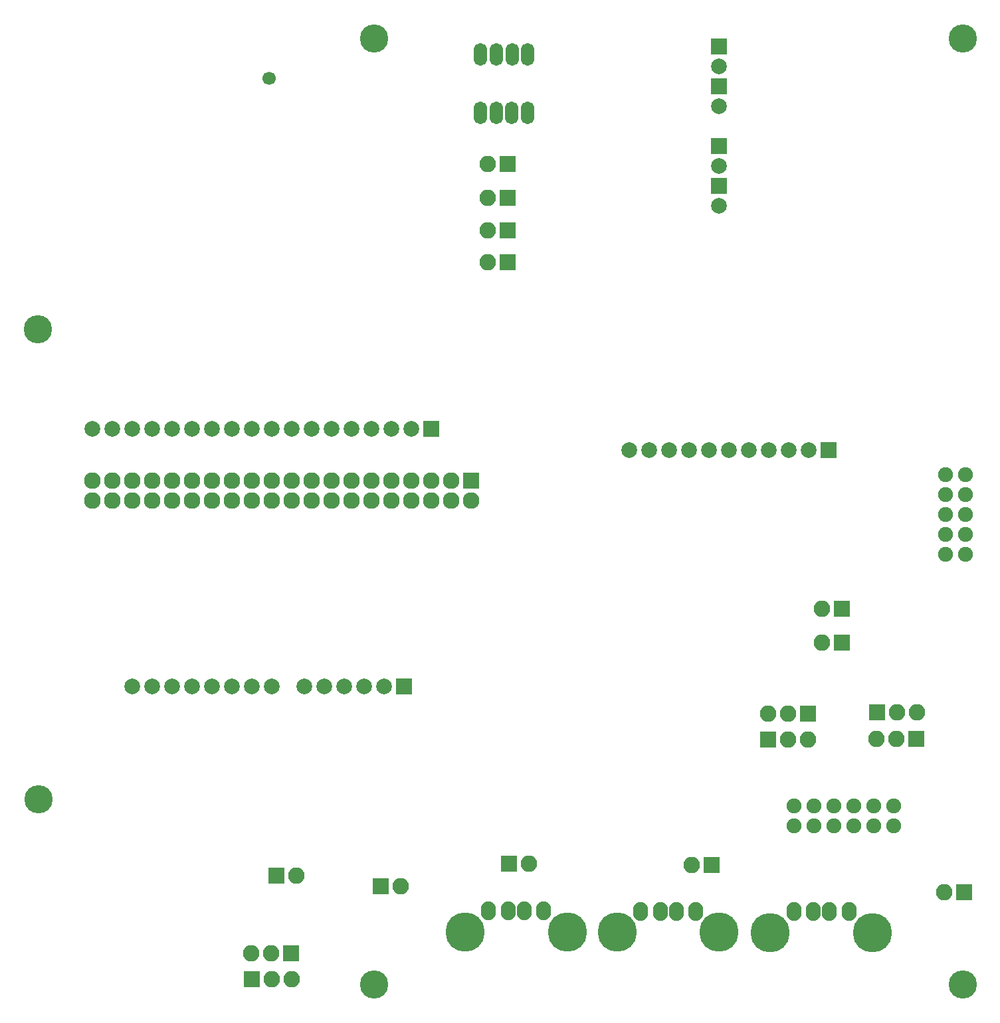
<source format=gbs>
G04 #@! TF.FileFunction,Soldermask,Bot*
%FSLAX46Y46*%
G04 Gerber Fmt 4.6, Leading zero omitted, Abs format (unit mm)*
G04 Created by KiCad (PCBNEW 4.0.0-rc1-stable) date 11.2.2017 10:29:53*
%MOMM*%
G01*
G04 APERTURE LIST*
%ADD10C,0.100000*%
%ADD11C,3.600000*%
%ADD12C,1.906220*%
%ADD13R,2.100000X2.100000*%
%ADD14O,2.100000X2.100000*%
%ADD15C,5.000000*%
%ADD16O,1.900000X2.400000*%
%ADD17C,2.000000*%
%ADD18R,2.000000X2.000000*%
%ADD19O,1.700000X2.900000*%
%ADD20C,1.700000*%
%ADD21R,2.127200X2.127200*%
%ADD22O,2.127200X2.127200*%
G04 APERTURE END LIST*
D10*
D11*
X121790460Y124650500D03*
X121790460Y4000500D03*
X46809660Y4000500D03*
X46809660Y124650500D03*
X3980180Y87596980D03*
X4051300Y27637740D03*
D12*
X113030000Y24206200D03*
X113030000Y26746200D03*
X100330000Y24206200D03*
X100330000Y26746200D03*
X102870000Y24206200D03*
X102870000Y26746200D03*
X105410000Y24206200D03*
X105410000Y26746200D03*
X107950000Y24206200D03*
X107950000Y26746200D03*
X110490000Y24206200D03*
X110490000Y26746200D03*
D13*
X63969900Y19431000D03*
D14*
X66509900Y19431000D03*
D13*
X34404300Y17907000D03*
D14*
X36944300Y17907000D03*
D13*
X89781380Y19286220D03*
D14*
X87241380Y19286220D03*
D13*
X122034300Y15773400D03*
D14*
X119494300Y15773400D03*
D13*
X63830200Y108610400D03*
D14*
X61290200Y108610400D03*
D13*
X63863220Y100197920D03*
D14*
X61323220Y100197920D03*
D13*
X63832740Y96103440D03*
D14*
X61292740Y96103440D03*
D13*
X106433620Y47622460D03*
D14*
X103893620Y47622460D03*
D13*
X106436160Y51899820D03*
D14*
X103896160Y51899820D03*
D13*
X63804800Y104368600D03*
D14*
X61264800Y104368600D03*
D15*
X97309800Y10596900D03*
X110309800Y10596900D03*
D16*
X107309800Y13296900D03*
X100309800Y13296900D03*
X104809800Y13296900D03*
X102809800Y13296900D03*
D15*
X77794980Y10652780D03*
X90794980Y10652780D03*
D16*
X87794980Y13352780D03*
X80794980Y13352780D03*
X85294980Y13352780D03*
X83294980Y13352780D03*
D15*
X58414780Y10718820D03*
X71414780Y10718820D03*
D16*
X68414780Y13418820D03*
X61414780Y13418820D03*
X65914780Y13418820D03*
X63914780Y13418820D03*
D13*
X47673260Y16553180D03*
D14*
X50213260Y16553180D03*
D17*
X90741500Y103301800D03*
D18*
X90741500Y105841800D03*
D17*
X90741500Y108381800D03*
D18*
X90741500Y110921800D03*
D17*
X90741500Y116001800D03*
D18*
X90741500Y118541800D03*
D17*
X90741500Y121081800D03*
D18*
X90741500Y123621800D03*
D12*
X119621300Y69024500D03*
X122161300Y69024500D03*
X119621300Y66484500D03*
X122161300Y66484500D03*
X119621300Y63944500D03*
X122161300Y63944500D03*
X119621300Y61404500D03*
X122161300Y61404500D03*
X119621300Y58864500D03*
X122161300Y58864500D03*
D19*
X66370720Y115204240D03*
X64370720Y115204240D03*
X62370720Y115204240D03*
X60370720Y115204240D03*
X66388500Y122664220D03*
X64388500Y122664220D03*
X62388500Y122664220D03*
X60388500Y122664220D03*
D18*
X104697560Y72147440D03*
D17*
X102157560Y72147440D03*
X99617560Y72147440D03*
X97077560Y72147440D03*
X94537560Y72147440D03*
X79297560Y72147440D03*
X81837560Y72147440D03*
X84377560Y72147440D03*
X86917560Y72147440D03*
X89457560Y72147440D03*
X91997560Y72147440D03*
X10909300Y74866500D03*
X13449300Y74866500D03*
X15989300Y74866500D03*
X18529300Y74866500D03*
X21069300Y74866500D03*
X23609300Y74866500D03*
X26149300Y74866500D03*
X28689300Y74866500D03*
X31229300Y74866500D03*
X33769300Y74866500D03*
X36309300Y74866500D03*
X38849300Y74866500D03*
X41389300Y74866500D03*
X43929300Y74866500D03*
X46469300Y74866500D03*
X49009300Y74866500D03*
X51549300Y74866500D03*
D18*
X54089300Y74866500D03*
D17*
X37925900Y42011600D03*
X40465900Y42011600D03*
X43005900Y42011600D03*
X45545900Y42011600D03*
X48085900Y42011600D03*
X15975900Y42011600D03*
X18515900Y42011600D03*
X21055900Y42011600D03*
X23595900Y42011600D03*
X26135900Y42011600D03*
X28675900Y42011600D03*
X31215900Y42011600D03*
X33755900Y42011600D03*
D18*
X50625900Y42011600D03*
D20*
X33409500Y119594800D03*
D21*
X59169300Y68262500D03*
D22*
X59169300Y65722500D03*
X56629300Y68262500D03*
X56629300Y65722500D03*
X54089300Y68262500D03*
X54089300Y65722500D03*
X51549300Y68262500D03*
X51549300Y65722500D03*
X49009300Y68262500D03*
X49009300Y65722500D03*
X46469300Y68262500D03*
X46469300Y65722500D03*
X43929300Y68262500D03*
X43929300Y65722500D03*
X41389300Y68262500D03*
X41389300Y65722500D03*
X38849300Y68262500D03*
X38849300Y65722500D03*
X36309300Y68262500D03*
X36309300Y65722500D03*
X33769300Y68262500D03*
X33769300Y65722500D03*
X31229300Y68262500D03*
X31229300Y65722500D03*
X28689300Y68262500D03*
X28689300Y65722500D03*
X26149300Y68262500D03*
X26149300Y65722500D03*
X23609300Y68262500D03*
X23609300Y65722500D03*
X21069300Y68262500D03*
X21069300Y65722500D03*
X18529300Y68262500D03*
X18529300Y65722500D03*
X15989300Y68262500D03*
X15989300Y65722500D03*
X13449300Y68262500D03*
X13449300Y65722500D03*
X10909300Y68262500D03*
X10909300Y65722500D03*
D13*
X115928140Y35295840D03*
D14*
X113388140Y35295840D03*
X110848140Y35295840D03*
D13*
X110863380Y38755320D03*
D14*
X113403380Y38755320D03*
X115943380Y38755320D03*
D13*
X102108000Y38567360D03*
D14*
X99568000Y38567360D03*
X97028000Y38567360D03*
D13*
X97058480Y35212020D03*
D14*
X99598480Y35212020D03*
X102138480Y35212020D03*
D13*
X31219140Y4655820D03*
D14*
X33759140Y4655820D03*
X36299140Y4655820D03*
D13*
X36263580Y8008620D03*
D14*
X33723580Y8008620D03*
X31183580Y8008620D03*
M02*

</source>
